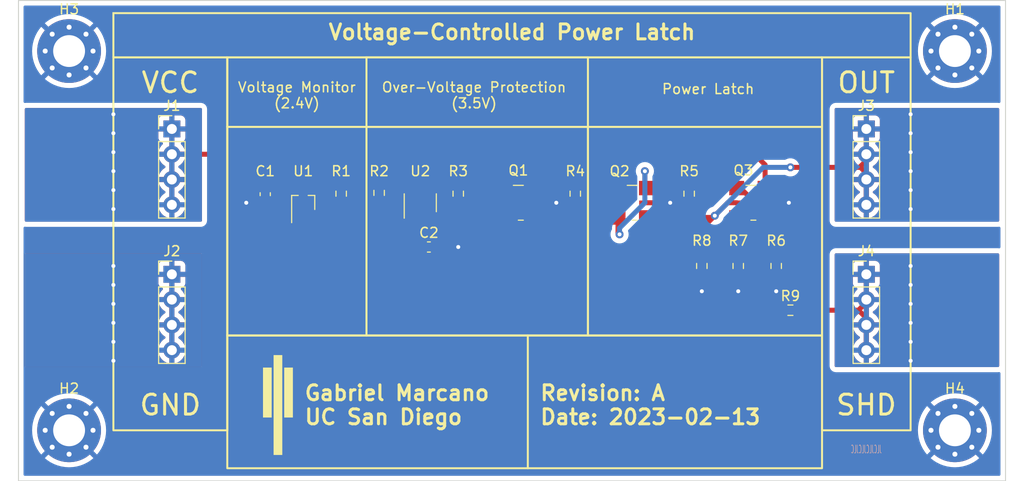
<source format=kicad_pcb>
(kicad_pcb (version 20211014) (generator pcbnew)
  (title_block (title "${TITLE}") (date "2023-02-01") (rev "A") (company "${COMPANY}") (comment 1 "${NAME}"))
  (layers (0 "F.Cu" signal) (31 "B.Cu" signal) (34 "B.Paste" user) (35 "F.Paste" user) (36 "B.SilkS" user "B.Silkscreen") (37 "F.SilkS" user "F.Silkscreen") (38 "B.Mask" user) (39 "F.Mask" user) (44 "Edge.Cuts" user))
  (property "COMPANY" "UC San Diego")
  (property "NAME" "Gabriel Marcano")
  (property "REVISION" "A")
  (property "TITLE" "Voltage-Controlled Power Latch")
  (net 0 "")
  (net 1 "VCC")
  (net 2 "GND")
  (net 3 "Net-(C2-Pad1)")
  (net 4 "Net-(Q1-Pad1)")
  (net 5 "Net-(Q1-Pad6)")
  (net 6 "Net-(Q2-Pad3)")
  (net 7 "OUT")
  (net 8 "Net-(Q3-Pad1)")
  (net 9 "Net-(Q3-Pad3)")
  (net 10 "SHD")
  (net 16 "Net-(Q2-Pad1)")
  (footprint "latch:SOT-457_Handsolder" (layer "F.Cu") (at 163.195 99.06)
    (fp_text reference "Q2" (at -1.27 -3.175 unlocked) (layer "F.SilkS"))
    (fp_text value "AO6604")
    (fp_line (start 0 1.75) (end 0.5 1.75) (layer "F.SilkS") (width 0.12))
    (fp_line (start -0.5 -1.75) (end 0.5 -1.75) (layer "F.SilkS") (width 0.12))
    (pad "1" smd rect (at -1.425 -1.475 270) (size 1.45 1.5) (layers "F.Cu" "F.Paste" "F.Mask") (net 16 "Net-(Q2-Pad1)"))
    (pad "2" smd rect (at -1.425 0) (size 1.45 0.45) (layers "F.Cu" "F.Paste" "F.Mask") (net 1 "VCC"))
    (pad "3" smd rect (at -1.425 1.475 90) (size 1.45 1.5) (layers "F.Cu" "F.Paste" "F.Mask") (net 6 "Net-(Q2-Pad3)"))
    (pad "4" smd rect (at 1.425 1.475 90) (size 1.45 1.5) (layers "F.Cu" "F.Paste" "F.Mask") (net 7 "OUT"))
    (pad "5" smd rect (at 1.425 0) (size 1.45 0.45) (layers "F.Cu" "F.Paste" "F.Mask") (net 2 "GND"))
    (pad "6" smd rect (at 1.425 -1.475 90) (size 1.45 1.5) (layers "F.Cu" "F.Paste" "F.Mask") (net 6 "Net-(Q2-Pad3)"))
  )
  (footprint "Package_TO_SOT_SMD:SOT-323_SC-70_Handsoldering" (layer "F.Cu") (at 130.175 99.06 90)
    (fp_text reference "U1" (at 3.175 0 180) (layer "F.SilkS"))
    (fp_text value "TLV803EA24DCKR")
    (fp_line (start -0.675 1.16) (end 0.735 1.16) (layer "F.SilkS") (width 0.12))
    (fp_line (start 0.735 -1.16) (end -2 -1.16) (layer "F.SilkS") (width 0.12))
    (fp_line (start 0.735 0.5) (end 0.735 1.16) (layer "F.SilkS") (width 0.12))
    (fp_line (start 0.735 -1.17) (end 0.735 -0.5) (layer "F.SilkS") (width 0.12))
    (pad "1" smd rect (at -1.33 -0.65) (size 0.45 1.5) (layers "F.Cu" "F.Paste" "F.Mask") (net 2 "GND"))
    (pad "2" smd rect (at -1.33 0.65) (size 0.45 1.5) (layers "F.Cu" "F.Paste" "F.Mask") (net 16 "Net-(Q2-Pad1)"))
    (pad "3" smd rect (at 1.33 0) (size 0.45 1.5) (layers "F.Cu" "F.Paste" "F.Mask") (net 1 "VCC"))
  )
  (footprint "Resistor_SMD:R_0603_1608Metric_Pad0.98x0.95mm_HandSolder" (layer "F.Cu") (at 168.91 98.1475 -90)
    (fp_text reference "R5" (at -2.2625 0) (layer "F.SilkS"))
    (fp_text value "1M")
    (fp_line (start -0.254724 0.5225) (end 0.254724 0.5225) (layer "F.SilkS") (width 0.12))
    (fp_line (start -0.254724 -0.5225) (end 0.254724 -0.5225) (layer "F.SilkS") (width 0.12))
    (pad "1" smd roundrect (at -0.9125 0 270) (size 0.975 0.95) (layers "F.Cu" "F.Paste" "F.Mask") (net 1 "VCC"))
    (pad "2" smd roundrect (at 0.9125 0 270) (size 0.975 0.95) (layers "F.Cu" "F.Paste" "F.Mask") (net 6 "Net-(Q2-Pad3)"))
  )
  (footprint "latch:SOT-457_Handsolder" (layer "F.Cu") (at 151.765 99.06)
    (fp_text reference "Q1" (at 0 -3.25 unlocked) (layer "F.SilkS"))
    (fp_text value "AO6604")
    (fp_line (start 0 1.75) (end 0.5 1.75) (layer "F.SilkS") (width 0.12))
    (fp_line (start -0.5 -1.75) (end 0.5 -1.75) (layer "F.SilkS") (width 0.12))
    (pad "1" smd rect (at -1.425 -1.475 270) (size 1.45 1.5) (layers "F.Cu" "F.Paste" "F.Mask") (net 4 "Net-(Q1-Pad1)"))
    (pad "2" smd rect (at -1.425 0) (size 1.45 0.45) (layers "F.Cu" "F.Paste" "F.Mask"))
    (pad "3" smd rect (at -1.425 1.475 90) (size 1.45 1.5) (layers "F.Cu" "F.Paste" "F.Mask"))
    (pad "4" smd rect (at 1.425 1.475 90) (size 1.45 1.5) (layers "F.Cu" "F.Paste" "F.Mask"))
    (pad "5" smd rect (at 1.425 0) (size 1.45 0.45) (layers "F.Cu" "F.Paste" "F.Mask") (net 2 "GND"))
    (pad "6" smd rect (at 1.425 -1.475 90) (size 1.45 1.5) (layers "F.Cu" "F.Paste" "F.Mask") (net 5 "Net-(Q1-Pad6)"))
  )
  (footprint "Resistor_SMD:R_0603_1608Metric_Pad0.98x0.95mm_HandSolder" (layer "F.Cu") (at 177.645 105.41 -90)
    (fp_text reference "R6" (at -2.54 0 180) (layer "F.SilkS"))
    (fp_text value "1M")
    (fp_line (start -0.254724 0.5225) (end 0.254724 0.5225) (layer "F.SilkS") (width 0.12))
    (fp_line (start -0.254724 -0.5225) (end 0.254724 -0.5225) (layer "F.SilkS") (width 0.12))
    (pad "1" smd roundrect (at -0.9125 0 270) (size 0.975 0.95) (layers "F.Cu" "F.Paste" "F.Mask") (net 8 "Net-(Q3-Pad1)"))
    (pad "2" smd roundrect (at 0.9125 0 270) (size 0.975 0.95) (layers "F.Cu" "F.Paste" "F.Mask") (net 2 "GND"))
  )
  (footprint "MountingHole:MountingHole_3.2mm_M3_Pad_Via" (layer "F.Cu") (at 195.58 121.92)
    (fp_text reference "H4" (at 0 -4.2) (layer "F.SilkS"))
    (fp_text value "MountingHole_Pad")
    (pad "1" thru_hole circle (at -1.697056 -1.697056) (size 0.8 0.8) (drill 0.5) (layers *.Cu *.Mask) (net 2 "GND"))
    (pad "1" thru_hole circle (at -1.697056 1.697056) (size 0.8 0.8) (drill 0.5) (layers *.Cu *.Mask) (net 2 "GND"))
    (pad "1" thru_hole circle (at 2.4 0) (size 0.8 0.8) (drill 0.5) (layers *.Cu *.Mask) (net 2 "GND"))
    (pad "1" thru_hole circle (at -2.4 0) (size 0.8 0.8) (drill 0.5) (layers *.Cu *.Mask) (net 2 "GND"))
    (pad "1" thru_hole circle (at 0 -2.4) (size 0.8 0.8) (drill 0.5) (layers *.Cu *.Mask) (net 2 "GND"))
    (pad "1" thru_hole circle (at 1.697056 -1.697056) (size 0.8 0.8) (drill 0.5) (layers *.Cu *.Mask) (net 2 "GND"))
    (pad "1" thru_hole circle (at 0 2.4) (size 0.8 0.8) (drill 0.5) (layers *.Cu *.Mask) (net 2 "GND"))
    (pad "1" thru_hole circle (at 1.697056 1.697056) (size 0.8 0.8) (drill 0.5) (layers *.Cu *.Mask) (net 2 "GND"))
    (pad "1" thru_hole circle (at 0 0) (size 6.4 6.4) (drill 3.2) (layers *.Cu *.Mask) (net 2 "GND"))
  )
  (footprint "Connector_PinHeader_2.54mm:PinHeader_1x04_P2.54mm_Vertical" (layer "F.Cu") (at 116.995 91.645)
    (fp_text reference "J1" (at 0 -2.33) (layer "F.SilkS"))
    (fp_text value "Conn_01x04")
    (fp_line (start -1.33 0) (end -1.33 -1.33) (layer "F.SilkS") (width 0.12))
    (fp_line (start -1.33 -1.33) (end 0 -1.33) (layer "F.SilkS") (width 0.12))
    (fp_line (start -1.33 8.95) (end 1.33 8.95) (layer "F.SilkS") (width 0.12))
    (fp_line (start 1.33 1.27) (end 1.33 8.95) (layer "F.SilkS") (width 0.12))
    (fp_line (start -1.33 1.27) (end -1.33 8.95) (layer "F.SilkS") (width 0.12))
    (fp_line (start -1.33 1.27) (end 1.33 1.27) (layer "F.SilkS") (width 0.12))
    (pad "1" thru_hole rect (at 0 0) (size 1.7 1.7) (drill 1) (layers *.Cu *.Mask) (net 1 "VCC"))
    (pad "2" thru_hole oval (at 0 2.54) (size 1.7 1.7) (drill 1) (layers *.Cu *.Mask) (net 1 "VCC"))
    (pad "3" thru_hole oval (at 0 5.08) (size 1.7 1.7) (drill 1) (layers *.Cu *.Mask) (net 1 "VCC"))
    (pad "4" thru_hole oval (at 0 7.62) (size 1.7 1.7) (drill 1) (layers *.Cu *.Mask) (net 1 "VCC"))
  )
  (footprint "Resistor_SMD:R_0603_1608Metric_Pad0.98x0.95mm_HandSolder" (layer "F.Cu") (at 133.985 98.1475 90)
    (fp_text reference "R1" (at 2.2625 0) (layer "F.SilkS"))
    (fp_text value "1M")
    (fp_line (start -0.254724 -0.5225) (end 0.254724 -0.5225) (layer "F.SilkS") (width 0.12))
    (fp_line (start -0.254724 0.5225) (end 0.254724 0.5225) (layer "F.SilkS") (width 0.12))
    (pad "1" smd roundrect (at -0.9125 0 90) (size 0.975 0.95) (layers "F.Cu" "F.Paste" "F.Mask") (net 16 "Net-(Q2-Pad1)"))
    (pad "2" smd roundrect (at 0.9125 0 90) (size 0.975 0.95) (layers "F.Cu" "F.Paste" "F.Mask") (net 1 "VCC"))
  )
  (footprint "Capacitor_SMD:C_0603_1608Metric_Pad1.08x0.95mm_HandSolder" (layer "F.Cu") (at 142.7875 103.505)
    (fp_text reference "C2" (at 0 -1.43) (layer "F.SilkS"))
    (fp_text value "100n")
    (fp_line (start -0.146267 -0.51) (end 0.146267 -0.51) (layer "F.SilkS") (width 0.12))
    (fp_line (start -0.146267 0.51) (end 0.146267 0.51) (layer "F.SilkS") (width 0.12))
    (pad "1" smd roundrect (at -0.8625 0) (size 1.075 0.95) (layers "F.Cu" "F.Paste" "F.Mask") (net 3 "Net-(C2-Pad1)"))
    (pad "2" smd roundrect (at 0.8625 0) (size 1.075 0.95) (layers "F.Cu" "F.Paste" "F.Mask") (net 2 "GND"))
  )
  (footprint "Resistor_SMD:R_0603_1608Metric_Pad0.98x0.95mm_HandSolder" (layer "F.Cu") (at 137.795 98.0675 90)
    (fp_text reference "R2" (at 2.1825 0 180) (layer "F.SilkS"))
    (fp_text value "0")
    (fp_line (start -0.254724 0.5225) (end 0.254724 0.5225) (layer "F.SilkS") (width 0.12))
    (fp_line (start -0.254724 -0.5225) (end 0.254724 -0.5225) (layer "F.SilkS") (width 0.12))
    (pad "1" smd roundrect (at -0.9125 0 90) (size 0.975 0.95) (layers "F.Cu" "F.Paste" "F.Mask") (net 3 "Net-(C2-Pad1)"))
    (pad "2" smd roundrect (at 0.9125 0 90) (size 0.975 0.95) (layers "F.Cu" "F.Paste" "F.Mask") (net 1 "VCC"))
  )
  (footprint "Capacitor_SMD:C_0603_1608Metric_Pad1.08x0.95mm_HandSolder" (layer "F.Cu") (at 126.365 98.1975 -90)
    (fp_text reference "C1" (at -2.3125 0 180) (layer "F.SilkS"))
    (fp_text value "100n")
    (fp_line (start -0.146267 -0.51) (end 0.146267 -0.51) (layer "F.SilkS") (width 0.12))
    (fp_line (start -0.146267 0.51) (end 0.146267 0.51) (layer "F.SilkS") (width 0.12))
    (pad "1" smd roundrect (at -0.8625 0 270) (size 1.075 0.95) (layers "F.Cu" "F.Paste" "F.Mask") (net 1 "VCC"))
    (pad "2" smd roundrect (at 0.8625 0 270) (size 1.075 0.95) (layers "F.Cu" "F.Paste" "F.Mask") (net 2 "GND"))
  )
  (footprint "Package_TO_SOT_SMD:SOT-23-5_HandSoldering" (layer "F.Cu") (at 141.925 99.06 90)
    (fp_text reference "U2" (at 3.175 0) (layer "F.SilkS"))
    (fp_text value "TLV840NADL35DBVR")
    (fp_line (start 0.9 -1.61) (end -1.55 -1.61) (layer "F.SilkS") (width 0.12))
    (fp_line (start -0.9 1.61) (end 0.9 1.61) (layer "F.SilkS") (width 0.12))
    (pad "1" smd rect (at -1.35 -0.95 90) (size 1.56 0.65) (layers "F.Cu" "F.Paste" "F.Mask") (net 4 "Net-(Q1-Pad1)"))
    (pad "2" smd rect (at -1.35 0 90) (size 1.56 0.65) (layers "F.Cu" "F.Paste" "F.Mask") (net 3 "Net-(C2-Pad1)"))
    (pad "3" smd rect (at -1.35 0.95 90) (size 1.56 0.65) (layers "F.Cu" "F.Paste" "F.Mask") (net 2 "GND"))
    (pad "4" smd rect (at 1.35 0.95 90) (size 1.56 0.65) (layers "F.Cu" "F.Paste" "F.Mask"))
    (pad "5" smd rect (at 1.35 -0.95 90) (size 1.56 0.65) (layers "F.Cu" "F.Paste" "F.Mask"))
  )
  (footprint "Resistor_SMD:R_0603_1608Metric_Pad0.98x0.95mm_HandSolder" (layer "F.Cu") (at 145.735 98.1475 -90)
    (fp_text reference "R3" (at -2.2625 0 180) (layer "F.SilkS"))
    (fp_text value "1M")
    (fp_line (start -0.254724 -0.5225) (end 0.254724 -0.5225) (layer "F.SilkS") (width 0.12))
    (fp_line (start -0.254724 0.5225) (end 0.254724 0.5225) (layer "F.SilkS") (width 0.12))
    (pad "1" smd roundrect (at -0.9125 0 270) (size 0.975 0.95) (layers "F.Cu" "F.Paste" "F.Mask") (net 1 "VCC"))
    (pad "2" smd roundrect (at 0.9125 0 270) (size 0.975 0.95) (layers "F.Cu" "F.Paste" "F.Mask") (net 4 "Net-(Q1-Pad1)"))
  )
  (footprint "latch:SOT-457_Handsolder" (layer "F.Cu") (at 175.105 99.06)
    (fp_text reference "Q3" (at -0.75 -3.25 unlocked) (layer "F.SilkS"))
    (fp_text value "AO6604")
    (fp_line (start 0 1.75) (end 0.5 1.75) (layer "F.SilkS") (width 0.12))
    (fp_line (start -0.5 -1.75) (end 0.5 -1.75) (layer "F.SilkS") (width 0.12))
    (pad "1" smd rect (at -1.425 -1.475 270) (size 1.45 1.5) (layers "F.Cu" "F.Paste" "F.Mask") (net 8 "Net-(Q3-Pad1)"))
    (pad "2" smd rect (at -1.425 0) (size 1.45 0.45) (layers "F.Cu" "F.Paste" "F.Mask") (net 7 "OUT"))
    (pad "3" smd rect (at -1.425 1.475 90) (size 1.45 1.5) (layers "F.Cu" "F.Paste" "F.Mask") (net 9 "Net-(Q3-Pad3)"))
    (pad "4" smd rect (at 1.425 1.475 90) (size 1.45 1.5) (layers "F.Cu" "F.Paste" "F.Mask") (net 8 "Net-(Q3-Pad1)"))
    (pad "5" smd rect (at 1.425 0) (size 1.45 0.45) (layers "F.Cu" "F.Paste" "F.Mask") (net 2 "GND"))
    (pad "6" smd rect (at 1.425 -1.475 90) (size 1.45 1.5) (layers "F.Cu" "F.Paste" "F.Mask") (net 6 "Net-(Q2-Pad3)"))
  )
  (footprint "Connector_PinHeader_2.54mm:PinHeader_1x04_P2.54mm_Vertical" (layer "F.Cu") (at 186.69 91.645)
    (fp_text reference "J3" (at 0 -2.33) (layer "F.SilkS"))
    (fp_text value "Conn_01x04")
    (fp_line (start -1.33 -1.33) (end 0 -1.33) (layer "F.SilkS") (width 0.12))
    (fp_line (start -1.33 0) (end -1.33 -1.33) (layer "F.SilkS") (width 0.12))
    (fp_line (start 1.33 1.27) (end 1.33 8.95) (layer "F.SilkS") (width 0.12))
    (fp_line (start -1.33 1.27) (end 1.33 1.27) (layer "F.SilkS") (width 0.12))
    (fp_line (start -1.33 8.95) (end 1.33 8.95) (layer "F.SilkS") (width 0.12))
    (fp_line (start -1.33 1.27) (end -1.33 8.95) (layer "F.SilkS") (width 0.12))
    (pad "1" thru_hole rect (at 0 0) (size 1.7 1.7) (drill 1) (layers *.Cu *.Mask) (net 7 "OUT"))
    (pad "2" thru_hole oval (at 0 2.54) (size 1.7 1.7) (drill 1) (layers *.Cu *.Mask) (net 7 "OUT"))
    (pad "3" thru_hole oval (at 0 5.08) (size 1.7 1.7) (drill 1) (layers *.Cu *.Mask) (net 7 "OUT"))
    (pad "4" thru_hole oval (at 0 7.62) (size 1.7 1.7) (drill 1) (layers *.Cu *.Mask) (net 7 "OUT"))
  )
  (footprint "Resistor_SMD:R_0603_1608Metric_Pad0.98x0.95mm_HandSolder" (layer "F.Cu") (at 170.18 105.41 -90)
    (fp_text reference "R8" (at -2.54 0 180) (layer "F.SilkS"))
    (fp_text value "1M")
    (fp_line (start -0.254724 0.5225) (end 0.254724 0.5225) (layer "F.SilkS") (width 0.12))
    (fp_line (start -0.254724 -0.5225) (end 0.254724 -0.5225) (layer "F.SilkS") (width 0.12))
    (pad "1" smd roundrect (at -0.9125 0 270) (size 0.975 0.95) (layers "F.Cu" "F.Paste" "F.Mask") (net 7 "OUT"))
    (pad "2" smd roundrect (at 0.9125 0 270) (size 0.975 0.95) (layers "F.Cu" "F.Paste" "F.Mask") (net 2 "GND"))
  )
  (footprint "MountingHole:MountingHole_3.2mm_M3_Pad_Via" (layer "F.Cu") (at 106.68 121.92)
    (fp_text reference "H2" (at 0 -4.2) (layer "F.SilkS"))
    (fp_text value "MountingHole_Pad")
    (pad "1" thru_hole circle (at 0 -2.4) (size 0.8 0.8) (drill 0.5) (layers *.Cu *.Mask) (net 2 "GND"))
    (pad "1" thru_hole circle (at 2.4 0) (size 0.8 0.8) (drill 0.5) (layers *.Cu *.Mask) (net 2 "GND"))
    (pad "1" thru_hole circle (at -2.4 0) (size 0.8 0.8) (drill 0.5) (layers *.Cu *.Mask) (net 2 "GND"))
    (pad "1" thru_hole circle (at 0 0) (size 6.4 6.4) (drill 3.2) (layers *.Cu *.Mask) (net 2 "GND"))
    (pad "1" thru_hole circle (at 1.697056 -1.697056) (size 0.8 0.8) (drill 0.5) (layers *.Cu *.Mask) (net 2 "GND"))
    (pad "1" thru_hole circle (at -1.697056 1.697056) (size 0.8 0.8) (drill 0.5) (layers *.Cu *.Mask) (net 2 "GND"))
    (pad "1" thru_hole circle (at -1.697056 -1.697056) (size 0.8 0.8) (drill 0.5) (layers *.Cu *.Mask) (net 2 "GND"))
    (pad "1" thru_hole circle (at 0 2.4) (size 0.8 0.8) (drill 0.5) (layers *.Cu *.Mask) (net 2 "GND"))
    (pad "1" thru_hole circle (at 1.697056 1.697056) (size 0.8 0.8) (drill 0.5) (layers *.Cu *.Mask) (net 2 "GND"))
  )
  (footprint "Resistor_SMD:R_0603_1608Metric_Pad0.98x0.95mm_HandSolder" (layer "F.Cu") (at 157.48 98.1475 -90)
    (fp_text reference "R4" (at -2.2625 0 180) (layer "F.SilkS"))
    (fp_text value "1K")
    (fp_line (start -0.254724 -0.5225) (end 0.254724 -0.5225) (layer "F.SilkS") (width 0.12))
    (fp_line (start -0.254724 0.5225) (end 0.254724 0.5225) (layer "F.SilkS") (width 0.12))
    (pad "1" smd roundrect (at -0.9125 0 270) (size 0.975 0.95) (layers "F.Cu" "F.Paste" "F.Mask") (net 1 "VCC"))
    (pad "2" smd roundrect (at 0.9125 0 270) (size 0.975 0.95) (layers "F.Cu" "F.Paste" "F.Mask") (net 5 "Net-(Q1-Pad6)"))
  )
  (footprint "MountingHole:MountingHole_3.2mm_M3_Pad_Via" (layer "F.Cu") (at 106.68 83.82)
    (fp_text reference "H3" (at 0 -4.2) (layer "F.SilkS"))
    (fp_text value "MountingHole_Pad")
    (pad "1" thru_hole circle (at -2.4 0) (size 0.8 0.8) (drill 0.5) (layers *.Cu *.Mask) (net 2 "GND"))
    (pad "1" thru_hole circle (at 1.697056 1.697056) (size 0.8 0.8) (drill 0.5) (layers *.Cu *.Mask) (net 2 "GND"))
    (pad "1" thru_hole circle (at 1.697056 -1.697056) (size 0.8 0.8) (drill 0.5) (layers *.Cu *.Mask) (net 2 "GND"))
    (pad "1" thru_hole circle (at 2.4 0) (size 0.8 0.8) (drill 0.5) (layers *.Cu *.Mask) (net 2 "GND"))
    (pad "1" thru_hole circle (at -1.697056 -1.697056) (size 0.8 0.8) (drill 0.5) (layers *.Cu *.Mask) (net 2 "GND"))
    (pad "1" thru_hole circle (at 0 -2.4) (size 0.8 0.8) (drill 0.5) (layers *.Cu *.Mask) (net 2 "GND"))
    (pad "1" thru_hole circle (at 0 0) (size 6.4 6.4) (drill 3.2) (layers *.Cu *.Mask) (net 2 "GND"))
    (pad "1" thru_hole circle (at -1.697056 1.697056) (size 0.8 0.8) (drill 0.5) (layers *.Cu *.Mask) (net 2 "GND"))
    (pad "1" thru_hole circle (at 0 2.4) (size 0.8 0.8) (drill 0.5) (layers *.Cu *.Mask) (net 2 "GND"))
  )
  (footprint "Resistor_SMD:R_0603_1608Metric_Pad0.98x0.95mm_HandSolder" (layer "F.Cu") (at 173.835 105.41 -90)
    (fp_text reference "R7" (at -2.54 0 180) (layer "F.SilkS"))
    (fp_text value "10K")
    (fp_line (start -0.254724 -0.5225) (end 0.254724 -0.5225) (layer "F.SilkS") (width 0.12))
    (fp_line (start -0.254724 0.5225) (end 0.254724 0.5225) (layer "F.SilkS") (width 0.12))
    (pad "1" smd roundrect (at -0.9125 0 270) (size 0.975 0.95) (layers "F.Cu" "F.Paste" "F.Mask") (net 9 "Net-(Q3-Pad3)"))
    (pad "2" smd roundrect (at 0.9125 0 270) (size 0.975 0.95) (layers "F.Cu" "F.Paste" "F.Mask") (net 2 "GND"))
  )
  (footprint "latch:smaller_logo" (layer "F.Cu") (at 127.635 119.38)
    (fp_text reference "G1" hide)
    (fp_text value "LOGO" hide)
    (fp_poly (pts (xy 0.441564 5.01778) (xy -0.431529 5.01778) (xy -0.431529 -5.017779) (xy 0.441564 -5.017779)) (layer "F.SilkS") (width 0) (fill solid))
    (fp_poly (pts (xy -0.622205 1.254445) (xy -1.495298 1.254445) (xy -1.495298 -3.763335) (xy -0.622205 -3.763335)) (layer "F.SilkS") (width 0) (fill solid))
    (fp_poly (pts (xy 1.505334 1.254445) (xy 0.63224 1.254445) (xy 0.63224 -3.763335) (xy 1.505334 -3.763335)) (layer "F.SilkS") (width 0) (fill solid))
  )
  (footprint "Connector_PinHeader_2.54mm:PinHeader_1x04_P2.54mm_Vertical" (layer "F.Cu") (at 186.69 106.25)
    (fp_text reference "J4" (at 0 -2.33) (layer "F.SilkS"))
    (fp_text value "Conn_01x04")
    (fp_line (start 1.33 1.27) (end 1.33 8.95) (layer "F.SilkS") (width 0.12))
    (fp_line (start -1.33 0) (end -1.33 -1.33) (layer "F.SilkS") (width 0.12))
    (fp_line (start -1.33 -1.33) (end 0 -1.33) (layer "F.SilkS") (width 0.12))
    (fp_line (start -1.33 1.27) (end -1.33 8.95) (layer "F.SilkS") (width 0.12))
    (fp_line (start -1.33 8.95) (end 1.33 8.95) (layer "F.SilkS") (width 0.12))
    (fp_line (start -1.33 1.27) (end 1.33 1.27) (layer "F.SilkS") (width 0.12))
    (pad "1" thru_hole rect (at 0 0) (size 1.7 1.7) (drill 1) (layers *.Cu *.Mask) (net 10 "SHD"))
    (pad "2" thru_hole oval (at 0 2.54) (size 1.7 1.7) (drill 1) (layers *.Cu *.Mask) (net 10 "SHD"))
    (pad "3" thru_hole oval (at 0 5.08) (size 1.7 1.7) (drill 1) (layers *.Cu *.Mask) (net 10 "SHD"))
    (pad "4" thru_hole oval (at 0 7.62) (size 1.7 1.7) (drill 1) (layers *.Cu *.Mask) (net 10 "SHD"))
  )
  (footprint "MountingHole:MountingHole_3.2mm_M3_Pad_Via" (layer "F.Cu") (at 195.58 83.82)
    (fp_text reference "H1" (at 0 -4.2) (layer "F.SilkS"))
    (fp_text value "MountingHole_Pad")
    (pad "1" thru_hole circle (at -1.697056 -1.697056) (size 0.8 0.8) (drill 0.5) (layers *.Cu *.Mask) (net 2 "GND"))
    (pad "1" thru_hole circle (at 1.697056 -1.697056) (size 0.8 0.8) (drill 0.5) (layers *.Cu *.Mask) (net 2 "GND"))
    (pad "1" thru_hole circle (at 1.697056 1.697056) (size 0.8 0.8) (drill 0.5) (layers *.Cu *.Mask) (net 2 "GND"))
    (pad "1" thru_hole circle (at -2.4 0) (size 0.8 0.8) (drill 0.5) (layers *.Cu *.Mask) (net 2 "GND"))
    (pad "1" thru_hole circle (at -1.697056 1.697056) (size 0.8 0.8) (drill 0.5) (layers *.Cu *.Mask) (net 2 "GND"))
    (pad "1" thru_hole circle (at 0 2.4) (size 0.8 0.8) (drill 0.5) (layers *.Cu *.Mask) (net 2 "GND"))
    (pad "1" thru_hole circle (at 0 -2.4) (size 0.8 0.8) (drill 0.5) (layers *.Cu *.Mask) (net 2 "GND"))
    (pad "1" thru_hole circle (at 0 0) (size 6.4 6.4) (drill 3.2) (layers *.Cu *.Mask) (net 2 "GND"))
    (pad "1" thru_hole circle (at 2.4 0) (size 0.8 0.8) (drill 0.5) (layers *.Cu *.Mask) (net 2 "GND"))
  )
  (footprint "Resistor_SMD:R_0603_1608Metric_Pad0.98x0.95mm_HandSolder" (layer "F.Cu") (at 179.07 109.855)
    (fp_text reference "R9" (at 0 -1.43) (layer "F.SilkS"))
    (fp_text value "1K")
    (fp_line (start -0.254724 0.5225) (end 0.254724 0.5225) (layer "F.SilkS") (width 0.12))
    (fp_line (start -0.254724 -0.5225) (end 0.254724 -0.5225) (layer "F.SilkS") (width 0.12))
    (pad "1" smd roundrect (at -0.9125 0) (size 0.975 0.95) (layers "F.Cu" "F.Paste" "F.Mask") (net 9 "Net-(Q3-Pad3)"))
    (pad "2" smd roundrect (at 0.9125 0) (size 0.975 0.95) (layers "F.Cu" "F.Paste" "F.Mask") (net 10 "SHD"))
  )
  (footprint "Connector_PinHeader_2.54mm:PinHeader_1x04_P2.54mm_Vertical" (layer "F.Cu") (at 116.995 106.25)
    (fp_text reference "J2" (at 0 -2.33) (layer "F.SilkS"))
    (fp_text value "Conn_01x04")
    (fp_line (start 1.33 1.27) (end 1.33 8.95) (layer "F.SilkS") (width 0.12))
    (fp_line (start -1.33 -1.33) (end 0 -1.33) (layer "F.SilkS") (width 0.12))
    (fp_line (start -1.33 1.27) (end -1.33 8.95) (layer "F.SilkS") (width 0.12))
    (fp_line (start -1.33 8.95) (end 1.33 8.95) (layer "F.SilkS") (width 0.12))
    (fp_line (start -1.33 0) (end -1.33 -1.33) (layer "F.SilkS") (width 0.12))
    (fp_line (start -1.33 1.27) (end 1.33 1.27) (layer "F.SilkS") (width 0.12))
    (pad "1" thru_hole rect (at 0 0) (size 1.7 1.7) (drill 1) (layers *.Cu *.Mask) (net 2 "GND"))
    (pad "2" thru_hole oval (at 0 2.54) (size 1.7 1.7) (drill 1) (layers *.Cu *.Mask) (net 2 "GND"))
    (pad "3" thru_hole oval (at 0 5.08) (size 1.7 1.7) (drill 1) (layers *.Cu *.Mask) (net 2 "GND"))
    (pad "4" thru_hole oval (at 0 7.62) (size 1.7 1.7) (drill 1) (layers *.Cu *.Mask) (net 2 "GND"))
  )
  (gr_rect (start 122.555 112.395) (end 182.245 125.73) (layer "F.SilkS") (width 0.2) (fill none))
  (gr_rect (start 182.245 91.44) (end 122.555 84.455) (layer "F.SilkS") (width 0.2) (fill none))
  (gr_rect (start 122.555 91.44) (end 136.525 112.395) (layer "F.SilkS") (width 0.2) (fill none))
  (gr_rect (start 182.245 121.92) (end 191.135 84.455) (layer "F.SilkS") (width 0.2) (fill none))
  (gr_rect (start 111.125 84.455) (end 122.555 121.92) (layer "F.SilkS") (width 0.2) (fill none))
  (gr_rect (start 136.525 91.44) (end 158.75 112.395) (layer "F.SilkS") (width 0.2) (fill none))
  (gr_rect (start 111.125 84.455) (end 191.135 80.01) (layer "F.SilkS") (width 0.2) (fill none))
  (gr_line (start 152.7175 125.73) (end 152.7175 112.395) (layer "F.SilkS") (width 0.2))
  (gr_rect (start 136.525 91.44) (end 158.75 84.455) (layer "F.SilkS") (width 0.2) (fill none))
  (gr_rect (start 158.75 91.44) (end 182.245 112.395) (layer "F.SilkS") (width 0.2) (fill none))
  (gr_rect (start 101.6 78.74) (end 200.66 127) (layer "Edge.Cuts") (width 0.1) (fill none))
  (gr_text "JLCJLCJLCJLC" (at 186.69 123.825) (layer "B.SilkS") (effects (font (size 0.8 0.3) (thickness 0.05)) (justify mirror)))
  (gr_text "GND" (at 116.84 119.38) (layer "F.SilkS") (effects (font (size 2 2) (thickness 0.3))))
  (gr_text "${TITLE}" (at 151.13 81.915) (layer "F.SilkS") (effects (font (size 1.5 1.5) (thickness 0.3))))
  (gr_text "Voltage Monitor\n(2.4V)" (at 129.54 88.265) (layer "F.SilkS") (effects (font (size 1 1))))
  (gr_text "SHD" (at 186.69 119.38) (layer "F.SilkS") (effects (font (size 2 2) (thickness 0.3))))
  (gr_text "OUT" (at 186.69 86.995) (layer "F.SilkS") (effects (font (size 2 2) (thickness 0.3))))
  (gr_text "Gabriel Marcano	Revision: ${REVISION}\nUC San Diego   	Date: 2023-02-13" (at 130.175 119.38) (layer "F.SilkS") (effects (font (size 1.5 1.5) (thickness 0.3)) (justify left)))
  (gr_text "Over-Voltage Protection\n(3.5V)" (at 147.32 88.265) (layer "F.SilkS") (effects (font (size 1 1))))
  (gr_text "Power Latch" (at 170.815 87.63) (layer "F.SilkS") (effects (font (size 1 1))))
  (gr_text "VCC" (at 116.84 86.995) (layer "F.SilkS") (effects (font (size 2 2) (thickness 0.3))))
  (segment (start 157 94.185) (end 165.305 94.185) (width 0.5) (layer "F.Cu") (net 1))
  (segment (start 137.795 97.155) (end 134.825 94.185) (width 0.5) (layer "F.Cu") (net 1))
  (segment (start 134.825 94.185) (end 142.445 94.185) (width 0.5) (layer "F.Cu") (net 1))
  (segment (start 153.825 94.185) (end 153.875 94.185) (width 0.5) (layer "F.Cu") (net 1))
  (segment (start 116.995 91.645) (end 116.995 99.265) (width 0.5) (layer "F.Cu") (net 1))
  (segment (start 163.195 95.25) (end 163.195 98.535) (width 0.5) (layer "F.Cu") (net 1))
  (segment (start 126.365 97.335) (end 126.365 96.93) (width 0.5) (layer "F.Cu") (net 1))
  (segment (start 165.305 94.185) (end 168.355 97.235) (width 0.5) (layer "F.Cu") (net 1))
  (segment (start 124.03 94.185) (end 153.825 94.185) (width 0.5) (layer "F.Cu") (net 1))
  (segment (start 133.985 97.155) (end 131.445 94.615) (width 0.5) (layer "F.Cu") (net 1))
  (segment (start 162.67 99.06) (end 161.77 99.06) (width 0.5) (layer "F.Cu") (net 1))
  (segment (start 145.735 97.235) (end 145.495 97.235) (width 0.5) (layer "F.Cu") (net 1))
  (segment (start 126.365 96.93) (end 123.62 94.185) (width 0.5) (layer "F.Cu") (net 1))
  (segment (start 157 94.185) (end 162.13 94.185) (width 0.5) (layer "F.Cu") (net 1))
  (segment (start 168.355 97.235) (end 168.91 97.235) (width 0.5) (layer "F.Cu") (net 1))
  (segment (start 126.365 97.335) (end 129.78 97.335) (width 0.5) (layer "F.Cu") (net 1))
  (segment (start 129.78 97.335) (end 130.175 97.73) (width 0.5) (layer "F.Cu") (net 1))
  (segment (start 162.13 94.185) (end 163.195 95.25) (width 0.5) (layer "F.Cu") (net 1))
  (segment (start 153.825 94.185) (end 157 94.185) (width 0.5) (layer "F.Cu") (net 1))
  (segment (start 163.195 98.535) (end 162.67 99.06) (width 0.5) (layer "F.Cu") (net 1))
  (segment (start 131.445 94.615) (end 131.395 94.615) (width 0.5) (layer "F.Cu") (net 1))
  (segment (start 153.875 94.185) (end 156.925 97.235) (width 0.5) (layer "F.Cu") (net 1))
  (segment (start 156.925 97.235) (end 157.48 97.235) (width 0.5) (layer "F.Cu") (net 1))
  (segment (start 145.495 97.235) (end 142.445 94.185) (width 0.5) (layer "F.Cu") (net 1))
  (segment (start 116.995 94.185) (end 124.03 94.185) (width 0.5) (layer "F.Cu") (net 1))
  (segment (start 123.62 94.185) (end 124.03 94.185) (width 0.5) (layer "F.Cu") (net 1))
  (segment (start 131.395 94.615) (end 130.965 94.185) (width 0.5) (layer "F.Cu") (net 1))
  (via (at 111.125 90.17) (size 0.8) (drill 0.4) (layers "F.Cu" "B.Cu") (net 1))
  (via (at 111.125 99.695) (size 0.8) (drill 0.4) (layers "F.Cu" "B.Cu") (net 1))
  (via (at 111.125 97.79) (size 0.8) (drill 0.4) (layers "F.Cu" "B.Cu") (net 1))
  (via (at 111.125 93.98) (size 0.8) (drill 0.4) (layers "F.Cu" "B.Cu") (net 1))
  (via (at 111.125 95.885) (size 0.8) (drill 0.4) (layers "F.Cu" "B.Cu") (net 1))
  (via (at 111.125 92.075) (size 0.8) (drill 0.4) (layers "F.Cu" "B.Cu") (net 1))
  (segment (start 116.995 106.25) (end 116.995 113.87) (width 0.5) (layer "F.Cu") (net 2))
  (segment (start 126.365 99.06) (end 127.695 100.39) (width 0.5) (layer "F.Cu") (net 2))
  (segment (start 164.62 99.06) (end 167.005 99.06) (width 0.5) (layer "F.Cu") (net 2))
  (segment (start 177.645 106.3225) (end 177.645 107.95) (width 0.5) (layer "F.Cu") (net 2))
  (segment (start 170.18 106.3225) (end 170.18 107.95) (width 0.5) (layer "F.Cu") (net 2))
  (segment (start 142.875 102.73) (end 143.65 103.505) (width 0.5) (layer "F.Cu") (net 2))
  (segment (start 143.65 103.505) (end 145.735 103.505) (width 0.5) (layer "F.Cu") (net 2))
  (segment (start 155.575 99.06) (end 153.19 99.06) (width 0.5) (layer "F.Cu") (net 2))
  (segment (start 142.875 100.41) (end 142.875 102.73) (width 0.5) (layer "F.Cu") (net 2))
  (segment (start 173.835 106.3225) (end 173.835 107.95) (width 0.5) (layer "F.Cu") (net 2))
  (segment (start 124.46 99.06) (end 126.365 99.06) (width 0.5) (layer "F.Cu") (net 2))
  (segment (start 127.695 100.39) (end 129.525 100.39) (width 0.5) (layer "F.Cu") (net 2))
  (segment (start 176.53 99.06) (end 178.915 99.06) (width 0.5) (layer "F.Cu") (net 2))
  (via (at 111.125 114.935) (size 0.8) (drill 0.4) (layers "F.Cu" "B.Cu") (net 2))
  (via (at 173.835 107.95) (size 0.8) (drill 0.4) (layers "F.Cu" "B.Cu") (net 2))
  (via (at 170.18 107.95) (size 0.8) (drill 0.4) (layers "F.Cu" "B.Cu") (net 2))
  (via (at 111.125 105.41) (size 0.8) (drill 0.4) (layers "F.Cu" "B.Cu") (net 2))
  (via (at 111.125 111.125) (size 0.8) (drill 0.4) (layers "F.Cu" "B.Cu") (net 2))
  (via (at 111.125 107.315) (size 0.8) (drill 0.4) (layers "F.Cu" "B.Cu") (net 2))
  (via (at 111.125 113.03) (size 0.8) (drill 0.4) (layers "F.Cu" "B.Cu") (net 2))
  (via (at 124.46 99.06) (size 0.8) (drill 0.4) (layers "F.Cu" "B.Cu") (net 2))
  (via (at 167.005 99.06) (size 0.8) (drill 0.4) (layers "F.Cu" "B.Cu") (net 2))
  (via (at 178.915 99.06) (size 0.8) (drill 0.4) (layers "F.Cu" "B.Cu") (net 2))
  (via (at 111.125 109.22) (size 0.8) (drill 0.4) (layers "F.Cu" "B.Cu") (net 2))
  (via (at 177.645 107.95) (size 0.8) (drill 0.4) (layers "F.Cu" "B.Cu") (net 2))
  (via (at 145.735 103.505) (size 0.8) (drill 0.4) (layers "F.Cu" "B.Cu") (net 2))
  (via (at 155.575 99.06) (size 0.8) (drill 0.4) (layers "F.Cu" "B.Cu") (net 2))
  (segment (start 141.925 103.505) (end 141.925 100.41) (width 0.5) (layer "F.Cu") (net 3))
  (segment (start 137.795 100.645) (end 140.655 103.505) (width 0.5) (layer "F.Cu") (net 3))
  (segment (start 137.795 98.98) (end 137.795 100.645) (width 0.5) (layer "F.Cu") (net 3))
  (segment (start 140.655 103.505) (end 141.925 103.505) (width 0.5) (layer "F.Cu") (net 3))
  (segment (start 141.27 99.06) (end 145.735 99.06) (width 0.5) (layer "F.Cu") (net 4))
  (segment (start 145.735 99.06) (end 147.21 97.585) (width 0.5) (layer "F.Cu") (net 4))
  (segment (start 147.21 97.585) (end 150.34 97.585) (width 0.5) (layer "F.Cu") (net 4))
  (segment (start 140.975 100.41) (end 140.975 99.355) (width 0.5) (layer "F.Cu") (net 4))
  (segment (start 140.975 99.355) (end 141.27 99.06) (width 0.5) (layer "F.Cu") (net 4))
  (segment (start 157.48 99.06) (end 156.005 97.585) (width 0.5) (layer "F.Cu") (net 5))
  (segment (start 156.005 97.585) (end 153.19 97.585) (width 0.5) (layer "F.Cu") (net 5))
  (segment (start 161.77 100.535) (end 161.77 102.08) (width 0.5) (layer "F.Cu") (net 6))
  (segment (start 168.91 99.06) (end 170.18 99.06) (width 0.5) (layer "F.Cu") (net 6))
  (segment (start 172.085 97.155) (end 172.085 95.25) (width 0.5) (layer "F.Cu") (net 6))
  (segment (start 170.18 99.06) (end 172.085 97.155) (width 0.5) (layer "F.Cu") (net 6))
  (segment (start 164.62 97.585) (end 167.435 97.585) (width 0.5) (layer "F.Cu") (net 6))
  (segment (start 172.72 94.615) (end 175.895 94.615) (width 0.5) (layer "F.Cu") (net 6))
  (segment (start 176.53 95.25) (end 176.53 97.585) (width 0.5) (layer "F.Cu") (net 6))
  (segment (start 167.435 97.585) (end 168.91 99.06) (width 0.5) (layer "F.Cu") (net 6))
  (segment (start 175.895 94.615) (end 176.53 95.25) (width 0.5) (layer "F.Cu") (net 6))
  (segment (start 172.085 95.25) (end 172.72 94.615) (width 0.5) (layer "F.Cu") (net 6))
  (segment (start 161.77 102.08) (end 161.925 102.235) (width 0.5) (layer "F.Cu") (net 6))
  (segment (start 164.465 95.885) (end 164.465 97.43) (width 0.5) (layer "F.Cu") (net 6))
  (via (at 164.465 95.885) (size 0.8) (drill 0.4) (layers "F.Cu" "B.Cu") (net 6))
  (via (at 161.925 102.235) (size 0.8) (drill 0.4) (layers "F.Cu" "B.Cu") (net 6))
  (segment (start 161.925 101.6) (end 164.465 99.06) (width 0.5) (layer "B.Cu") (net 6))
  (segment (start 161.925 102.235) (end 161.925 101.6) (width 0.5) (layer "B.Cu") (net 6))
  (segment (start 164.465 99.06) (end 164.465 95.885) (width 0.5) (layer "B.Cu") (net 6))
  (segment (start 179.07 95.504) (end 186.006 95.504) (width 0.5) (layer "F.Cu") (net 7))
  (segment (start 186.69 94.185) (end 186.69 91.645) (width 0.5) (layer "F.Cu") (net 7))
  (segment (start 164.62 100.535) (end 171.305 100.535) (width 0.5) (layer "F.Cu") (net 7))
  (segment (start 172.78 99.06) (end 173.68 99.06) (width 0.5) (layer "F.Cu") (net 7))
  (segment (start 186.055 95.455) (end 186.69 94.82) (width 0.5) (layer "F.Cu") (net 7))
  (segment (start 186.69 94.82) (end 186.69 94.185) (width 0.5) (layer "F.Cu") (net 7))
  (segment (start 186.006 95.504) (end 186.055 95.455) (width 0.5) (layer "F.Cu") (net 7))
  (segment (start 171.305 100.535) (end 171.72 100.12) (width 0.5) (layer "F.Cu") (net 7))
  (segment (start 171.48 100.36) (end 171.72 100.12) (width 0.5) (layer "F.Cu") (net 7))
  (segment (start 186.69 96.09) (end 186.69 99.265) (width 0.5) (layer "F.Cu") (net 7))
  (segment (start 171.72 100.12) (end 172.78 99.06) (width 0.5) (layer "F.Cu") (net 7))
  (segment (start 170.18 104.4975) (end 170.18 101.66) (width 0.5) (layer "F.Cu") (net 7))
  (segment (start 170.18 101.66) (end 171.48 100.36) (width 0.5) (layer "F.Cu") (net 7))
  (segment (start 186.055 95.455) (end 186.69 96.09) (width 0.5) (layer "F.Cu") (net 7))
  (via (at 191.135 90.17) (size 0.8) (drill 0.4) (layers "F.Cu" "B.Cu") (net 7))
  (via (at 191.135 93.98) (size 0.8) (drill 0.4) (layers "F.Cu" "B.Cu") (net 7))
  (via (at 171.48 100.36) (size 0.8) (drill 0.4) (layers "F.Cu" "B.Cu") (net 7))
  (via (at 191.135 95.885) (size 0.8) (drill 0.4) (layers "F.Cu" "B.Cu") (net 7))
  (via (at 179.07 95.504) (size 0.8) (drill 0.4) (layers "F.Cu" "B.Cu") (net 7))
  (via (at 191.135 99.695) (size 0.8) (drill 0.4) (layers "F.Cu" "B.Cu") (net 7))
  (via (at 191.135 97.79) (size 0.8) (drill 0.4) (layers "F.Cu" "B.Cu") (net 7))
  (via (at 191.135 92.075) (size 0.8) (drill 0.4) (layers "F.Cu" "B.Cu") (net 7))
  (segment (start 171.48 100.36) (end 176.336 95.504) (width 0.5) (layer "B.Cu") (net 7))
  (segment (start 176.336 95.504) (end 179.07 95.504) (width 0.5) (layer "B.Cu") (net 7))
  (segment (start 175.355 99.945) (end 175.945 100.535) (width 0.5) (layer "F.Cu") (net 8))
  (segment (start 176.53 103.3825) (end 177.645 104.4975) (width 0.5) (layer "F.Cu") (net 8))
  (segment (start 176.53 100.535) (end 176.53 103.3825) (width 0.5) (layer "F.Cu") (net 8))
  (segment (start 174.055 97.585) (end 175.355 98.885) (width 0.5) (layer "F.Cu") (net 8))
  (segment (start 175.355 98.885) (end 175.355 99.945) (width 0.5) (layer "F.Cu") (net 8))
  (segment (start 175.945 100.535) (end 176.53 100.535) (width 0.5) (layer "F.Cu") (net 8))
  (segment (start 178.1575 109.855) (end 175.895 109.855) (width 0.5) (layer "F.Cu") (net 9))
  (segment (start 175.32125 105.98375) (end 173.835 104.4975) (width 0.5) (layer "F.Cu") (net 9))
  (segment (start 175.26 106.8025) (end 175.32125 106.74125) (width 0.5) (layer "F.Cu") (net 9))
  (segment (start 175.26 109.22) (end 175.26 106.8025) (width 0.5) (layer "F.Cu") (net 9))
  (segment (start 175.895 109.855) (end 175.26 109.22) (width 0.5) (layer "F.Cu") (net 9))
  (segment (start 175.32125 106.74125) (end 175.32125 105.98375) (width 0.5) (layer "F.Cu") (net 9))
  (segment (start 173.68 100.535) (end 173.68 104.3425) (width 0.5) (layer "F.Cu") (net 9))
  (segment (start 185.9 109.855) (end 186.69 110.645) (width 0.5) (layer "F.Cu") (net 10))
  (segment (start 185.9 109.855) (end 179.9825 109.855) (width 0.5) (layer "F.Cu") (net 10))
  (segment (start 186.69 108.79) (end 186.69 106.25) (width 0.5) (layer "F.Cu") (net 10))
  (segment (start 185.9 109.855) (end 186.69 109.065) (width 0.5) (layer "F.Cu") (net 10))
  (segment (start 186.69 111.33) (end 186.69 113.87) (width 0.5) (layer "F.Cu") (net 10))
  (via (at 191.135 105.41) (size 0.8) (drill 0.4) (layers "F.Cu" "B.Cu") (net 10))
  (via (at 191.135 113.03) (size 0.8) (drill 0.4) (layers "F.Cu" "B.Cu") (net 10))
  (via (at 191.135 114.935) (size 0.8) (drill 0.4) (layers "F.Cu" "B.Cu") (net 10))
  (via (at 191.135 107.315) (size 0.8) (drill 0.4) (layers "F.Cu" "B.Cu") (net 10))
  (via (at 191.135 109.22) (size 0.8) (drill 0.4) (layers "F.Cu" "B.Cu") (net 10))
  (via (at 191.135 111.125) (size 0.8) (drill 0.4) (layers "F.Cu" "B.Cu") (net 10))
  (segment (start 160.225 97.585) (end 161.77 97.585) (width 0.5) (layer "F.Cu") (net 16))
  (segment (start 130.825 100.39) (end 130.825 102.22) (width 0.5) (layer "F.Cu") (net 16))
  (segment (start 159.385 98.425) (end 160.225 97.585) (width 0.5) (layer "F.Cu") (net 16))
  (segment (start 133.985 99.06) (end 130.825 102.22) (width 0.5) (layer "F.Cu") (net 16))
  (segment (start 130.825 102.22) (end 130.825 103.52) (width 0.5) (layer "F.Cu") (net 16))
  (segment (start 132.715 105.41) (end 158.115 105.41) (width 0.5) (layer "F.Cu") (net 16))
  (segment (start 159.385 104.14) (end 159.385 98.425) (width 0.5) (layer "F.Cu") (net 16))
  (segment (start 130.825 103.52) (end 132.715 105.41) (width 0.5) (layer "F.Cu") (net 16))
  (segment (start 158.115 105.41) (end 159.385 104.14) (width 0.5) (layer "F.Cu") (net 16))
  (zone (net 2) (net_name "GND") (layers F&B.Cu) (priority 1) (connect_pads (clearance 0.508)) (min_thickness 0.254) (fill yes (thermal_gap 0.508) (thermal_bridge_width 0.508))
    (polygon (pts (xy 120.015 115.57) (xy 102.235 115.57) (xy 102.235 104.14) (xy 120.015 104.14)))
  )
  (zone (net 7) (net_name "OUT") (layers F&B.Cu) (priority 1) (connect_pads (clearance 0.508)) (min_thickness 0.254) (fill yes (thermal_gap 0.508) (thermal_bridge_width 0.508))
    (polygon (pts (xy 200.025 100.965) (xy 183.515 100.965) (xy 183.515 89.535) (xy 200.025 89.535)))
  )
  (zone (net 1) (net_name "VCC") (layers F&B.Cu) (priority 1) (connect_pads (clearance 0.508)) (min_thickness 0.254) (fill yes (thermal_gap 0.508) (thermal_bridge_width 0.508))
    (polygon (pts (xy 120.015 100.965) (xy 102.235 100.965) (xy 102.235 89.535) (xy 120.015 89.535)))
  )
  (zone (net 10) (net_name "SHD") (layers F&B.Cu) (priority 1) (connect_pads (clearance 0.508)) (min_thickness 0.254) (fill yes (thermal_gap 0.508) (thermal_bridge_width 0.508))
    (polygon (pts (xy 200.025 115.57) (xy 183.515 115.57) (xy 183.515 104.14) (xy 200.025 104.14)))
  )
  (zone (net 2) (net_name "GND") (layer "B.Cu") (connect_pads (clearance 0.508)) (min_thickness 0.254) (fill yes (thermal_gap 0.508) (thermal_bridge_width 0.508))
    (polygon (pts (xy 200.66 127) (xy 101.6 127) (xy 101.6 78.74) (xy 200.66 78.74)))
  )
)
</source>
